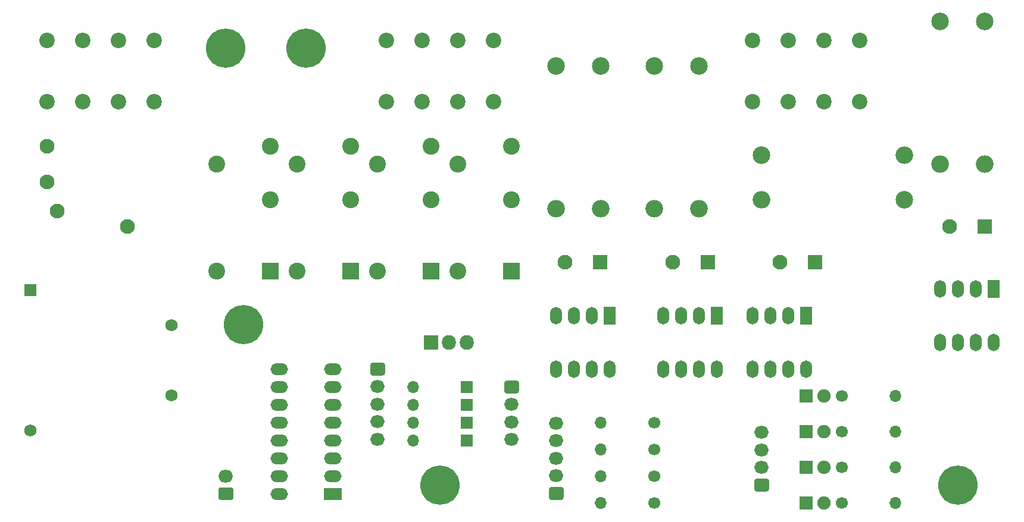
<source format=gbr>
%TF.GenerationSoftware,KiCad,Pcbnew,(5.1.6)-1*%
%TF.CreationDate,2021-09-18T17:58:05+02:00*%
%TF.ProjectId,hamodule,68616d6f-6475-46c6-952e-6b696361645f,rev?*%
%TF.SameCoordinates,Original*%
%TF.FileFunction,Soldermask,Top*%
%TF.FilePolarity,Negative*%
%FSLAX46Y46*%
G04 Gerber Fmt 4.6, Leading zero omitted, Abs format (unit mm)*
G04 Created by KiCad (PCBNEW (5.1.6)-1) date 2021-09-18 17:58:05*
%MOMM*%
%LPD*%
G01*
G04 APERTURE LIST*
%ADD10R,2.500000X1.700000*%
%ADD11O,2.500000X1.700000*%
%ADD12O,1.700000X1.700000*%
%ADD13R,1.700000X1.700000*%
%ADD14O,2.050000X1.800000*%
%ADD15C,2.100000*%
%ADD16R,2.100000X2.100000*%
%ADD17O,1.700000X2.500000*%
%ADD18R,1.700000X2.500000*%
%ADD19O,2.005000X2.100000*%
%ADD20R,2.005000X2.100000*%
%ADD21C,1.700000*%
%ADD22C,1.900000*%
%ADD23R,1.900000X1.900000*%
%ADD24O,2.100000X1.800000*%
%ADD25O,2.500000X2.500000*%
%ADD26C,2.500000*%
%ADD27C,1.750000*%
%ADD28R,1.750000X1.750000*%
%ADD29C,5.600000*%
%ADD30C,2.400000*%
%ADD31R,2.400000X2.400000*%
%ADD32C,2.200000*%
G04 APERTURE END LIST*
D10*
%TO.C,U1*%
X69850000Y-83820000D03*
D11*
X62230000Y-66040000D03*
X69850000Y-81280000D03*
X62230000Y-68580000D03*
X69850000Y-78740000D03*
X62230000Y-71120000D03*
X69850000Y-76200000D03*
X62230000Y-73660000D03*
X69850000Y-73660000D03*
X62230000Y-76200000D03*
X69850000Y-71120000D03*
X62230000Y-78740000D03*
X69850000Y-68580000D03*
X62230000Y-81280000D03*
X69850000Y-66040000D03*
X62230000Y-83820000D03*
%TD*%
D12*
%TO.C,D4*%
X81280000Y-68580000D03*
D13*
X88900000Y-68580000D03*
%TD*%
D12*
%TO.C,D3*%
X81280000Y-71120000D03*
D13*
X88900000Y-71120000D03*
%TD*%
D12*
%TO.C,D2*%
X81280000Y-73660000D03*
D13*
X88900000Y-73660000D03*
%TD*%
D12*
%TO.C,D1*%
X81280000Y-76200000D03*
D13*
X88900000Y-76200000D03*
%TD*%
D14*
%TO.C,J2*%
X95250000Y-76080000D03*
X95250000Y-73580000D03*
X95250000Y-71080000D03*
G36*
G01*
X94489706Y-67680000D02*
X96010294Y-67680000D01*
G75*
G02*
X96275000Y-67944706I0J-264706D01*
G01*
X96275000Y-69215294D01*
G75*
G02*
X96010294Y-69480000I-264706J0D01*
G01*
X94489706Y-69480000D01*
G75*
G02*
X94225000Y-69215294I0J264706D01*
G01*
X94225000Y-67944706D01*
G75*
G02*
X94489706Y-67680000I264706J0D01*
G01*
G37*
%TD*%
%TO.C,J7*%
X101600000Y-73740000D03*
X101600000Y-76240000D03*
X101600000Y-78740000D03*
X101600000Y-81240000D03*
G36*
G01*
X102360294Y-84640000D02*
X100839706Y-84640000D01*
G75*
G02*
X100575000Y-84375294I0J264706D01*
G01*
X100575000Y-83104706D01*
G75*
G02*
X100839706Y-82840000I264706J0D01*
G01*
X102360294Y-82840000D01*
G75*
G02*
X102625000Y-83104706I0J-264706D01*
G01*
X102625000Y-84375294D01*
G75*
G02*
X102360294Y-84640000I-264706J0D01*
G01*
G37*
%TD*%
D15*
%TO.C,22uF2*%
X118190000Y-50800000D03*
D16*
X123190000Y-50800000D03*
%TD*%
D17*
%TO.C,U4*%
X124460000Y-66040000D03*
X116840000Y-58420000D03*
X121920000Y-66040000D03*
X119380000Y-58420000D03*
X119380000Y-66040000D03*
X121920000Y-58420000D03*
X116840000Y-66040000D03*
D18*
X124460000Y-58420000D03*
%TD*%
D17*
%TO.C,U6*%
X163830000Y-62230000D03*
X156210000Y-54610000D03*
X161290000Y-62230000D03*
X158750000Y-54610000D03*
X158750000Y-62230000D03*
X161290000Y-54610000D03*
X156210000Y-62230000D03*
D18*
X163830000Y-54610000D03*
%TD*%
D17*
%TO.C,U5*%
X137160000Y-66040000D03*
X129540000Y-58420000D03*
X134620000Y-66040000D03*
X132080000Y-58420000D03*
X132080000Y-66040000D03*
X134620000Y-58420000D03*
X129540000Y-66040000D03*
D18*
X137160000Y-58420000D03*
%TD*%
D17*
%TO.C,U3*%
X109220000Y-66040000D03*
X101600000Y-58420000D03*
X106680000Y-66040000D03*
X104140000Y-58420000D03*
X104140000Y-66040000D03*
X106680000Y-58420000D03*
X101600000Y-66040000D03*
D18*
X109220000Y-58420000D03*
%TD*%
D19*
%TO.C,U2*%
X88900000Y-62230000D03*
X86360000Y-62230000D03*
D20*
X83820000Y-62230000D03*
%TD*%
D12*
%TO.C,R8*%
X149860000Y-85090000D03*
D21*
X142240000Y-85090000D03*
%TD*%
D12*
%TO.C,R7*%
X149860000Y-80010000D03*
D21*
X142240000Y-80010000D03*
%TD*%
D12*
%TO.C,R6*%
X149860000Y-74930000D03*
D21*
X142240000Y-74930000D03*
%TD*%
D12*
%TO.C,R4*%
X107950000Y-85090000D03*
D21*
X115570000Y-85090000D03*
%TD*%
D12*
%TO.C,R3*%
X107950000Y-81280000D03*
D21*
X115570000Y-81280000D03*
%TD*%
D12*
%TO.C,R2*%
X107950000Y-77470000D03*
D21*
X115570000Y-77470000D03*
%TD*%
D12*
%TO.C,R1*%
X107950000Y-73660000D03*
D21*
X115570000Y-73660000D03*
%TD*%
D12*
%TO.C,R5*%
X149860000Y-69850000D03*
D21*
X142240000Y-69850000D03*
%TD*%
D14*
%TO.C,J4*%
X76200000Y-76040000D03*
X76200000Y-73540000D03*
X76200000Y-71040000D03*
X76200000Y-68540000D03*
G36*
G01*
X75439706Y-65140000D02*
X76960294Y-65140000D01*
G75*
G02*
X77225000Y-65404706I0J-264706D01*
G01*
X77225000Y-66675294D01*
G75*
G02*
X76960294Y-66940000I-264706J0D01*
G01*
X75439706Y-66940000D01*
G75*
G02*
X75175000Y-66675294I0J264706D01*
G01*
X75175000Y-65404706D01*
G75*
G02*
X75439706Y-65140000I264706J0D01*
G01*
G37*
%TD*%
D22*
%TO.C,D8*%
X139700000Y-85090000D03*
D23*
X137160000Y-85090000D03*
%TD*%
D22*
%TO.C,D7*%
X139700000Y-80010000D03*
D23*
X137160000Y-80010000D03*
%TD*%
D22*
%TO.C,D6*%
X139700000Y-74930000D03*
D23*
X137160000Y-74930000D03*
%TD*%
D22*
%TO.C,D5*%
X139700000Y-69850000D03*
D23*
X137160000Y-69850000D03*
%TD*%
D15*
%TO.C,22uF4*%
X157560000Y-45720000D03*
D16*
X162560000Y-45720000D03*
%TD*%
D15*
%TO.C,22uF3*%
X133430000Y-50800000D03*
D16*
X138430000Y-50800000D03*
%TD*%
D15*
%TO.C,22uF1*%
X102870000Y-50800000D03*
D16*
X107870000Y-50800000D03*
%TD*%
D14*
%TO.C,J6*%
X130810000Y-75050000D03*
X130810000Y-77550000D03*
X130810000Y-80050000D03*
G36*
G01*
X131570294Y-83450000D02*
X130049706Y-83450000D01*
G75*
G02*
X129785000Y-83185294I0J264706D01*
G01*
X129785000Y-81914706D01*
G75*
G02*
X130049706Y-81650000I264706J0D01*
G01*
X131570294Y-81650000D01*
G75*
G02*
X131835000Y-81914706I0J-264706D01*
G01*
X131835000Y-83185294D01*
G75*
G02*
X131570294Y-83450000I-264706J0D01*
G01*
G37*
%TD*%
D24*
%TO.C,J5*%
X54610000Y-81280000D03*
G36*
G01*
X55395294Y-84680000D02*
X53824706Y-84680000D01*
G75*
G02*
X53560000Y-84415294I0J264706D01*
G01*
X53560000Y-83144706D01*
G75*
G02*
X53824706Y-82880000I264706J0D01*
G01*
X55395294Y-82880000D01*
G75*
G02*
X55660000Y-83144706I0J-264706D01*
G01*
X55660000Y-84415294D01*
G75*
G02*
X55395294Y-84680000I-264706J0D01*
G01*
G37*
%TD*%
D25*
%TO.C,R15*%
X156210000Y-36830000D03*
D26*
X156210000Y-16510000D03*
%TD*%
D25*
%TO.C,R16*%
X162560000Y-36830000D03*
D26*
X162560000Y-16510000D03*
%TD*%
D25*
%TO.C,R13*%
X151130000Y-35560000D03*
D26*
X130810000Y-35560000D03*
%TD*%
D25*
%TO.C,R12*%
X121920000Y-43180000D03*
D26*
X121920000Y-22860000D03*
%TD*%
D25*
%TO.C,R10*%
X107950000Y-43180000D03*
D26*
X107950000Y-22860000D03*
%TD*%
D25*
%TO.C,R14*%
X130810000Y-41910000D03*
D26*
X151130000Y-41910000D03*
%TD*%
D25*
%TO.C,R11*%
X115570000Y-43180000D03*
D26*
X115570000Y-22860000D03*
%TD*%
D25*
%TO.C,R9*%
X101600000Y-43180000D03*
D26*
X101600000Y-22860000D03*
%TD*%
D27*
%TO.C,PS1*%
X46830000Y-59770000D03*
X46830000Y-69770000D03*
X26830000Y-74770000D03*
D28*
X26830000Y-54770000D03*
%TD*%
D29*
%TO.C,H5*%
X66040000Y-20320000D03*
%TD*%
%TO.C,H2*%
X85090000Y-82550000D03*
%TD*%
%TO.C,H4*%
X57150000Y-59690000D03*
%TD*%
%TO.C,H1*%
X158750000Y-82550000D03*
%TD*%
%TO.C,H3*%
X54610000Y-20320000D03*
%TD*%
D15*
%TO.C,RV1*%
X30640000Y-43520000D03*
X40640000Y-45720000D03*
%TD*%
%TO.C,F1*%
X29210000Y-39370000D03*
X29210000Y-34290000D03*
%TD*%
D30*
%TO.C,K1*%
X53340000Y-52070000D03*
X53340000Y-36830000D03*
X60960000Y-34290000D03*
X60960000Y-41910000D03*
D31*
X60960000Y-52070000D03*
%TD*%
D30*
%TO.C,K2*%
X64770000Y-52070000D03*
X64770000Y-36830000D03*
X72390000Y-34290000D03*
X72390000Y-41910000D03*
D31*
X72390000Y-52070000D03*
%TD*%
D30*
%TO.C,K4*%
X87630000Y-52070000D03*
X87630000Y-36830000D03*
X95250000Y-34290000D03*
X95250000Y-41910000D03*
D31*
X95250000Y-52070000D03*
%TD*%
D30*
%TO.C,K3*%
X76200000Y-52070000D03*
X76200000Y-36830000D03*
X83820000Y-34290000D03*
X83820000Y-41910000D03*
D31*
X83820000Y-52070000D03*
%TD*%
D32*
%TO.C,J8*%
X129540000Y-19240000D03*
X129540000Y-27940000D03*
X134620000Y-19240000D03*
X134620000Y-27940000D03*
X139700000Y-19240000D03*
X139700000Y-27940000D03*
X144780000Y-19240000D03*
X144780000Y-27940000D03*
%TD*%
%TO.C,J3*%
X29210000Y-19240000D03*
X29210000Y-27940000D03*
X34290000Y-19240000D03*
X34290000Y-27940000D03*
X39370000Y-19240000D03*
X39370000Y-27940000D03*
X44450000Y-19240000D03*
X44450000Y-27940000D03*
%TD*%
%TO.C,J1*%
X77470000Y-19240000D03*
X77470000Y-27940000D03*
X82550000Y-19240000D03*
X82550000Y-27940000D03*
X87630000Y-19240000D03*
X87630000Y-27940000D03*
X92710000Y-19240000D03*
X92710000Y-27940000D03*
%TD*%
M02*

</source>
